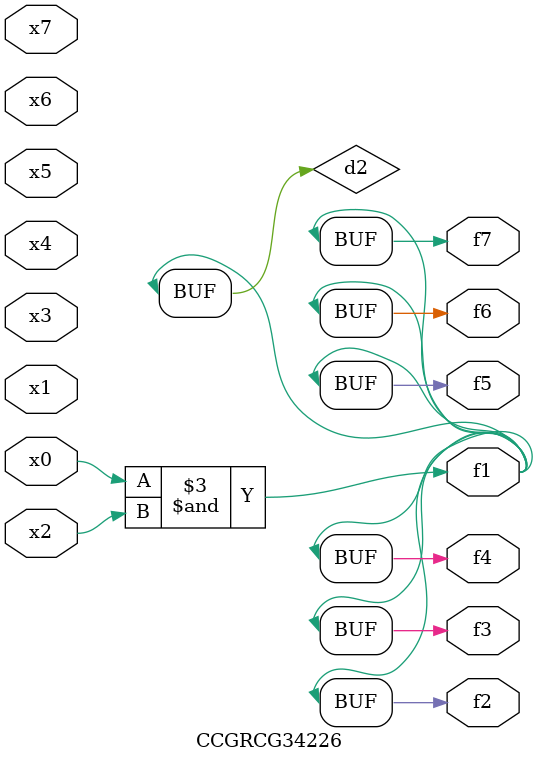
<source format=v>
module CCGRCG34226(
	input x0, x1, x2, x3, x4, x5, x6, x7,
	output f1, f2, f3, f4, f5, f6, f7
);

	wire d1, d2;

	nor (d1, x3, x6);
	and (d2, x0, x2);
	assign f1 = d2;
	assign f2 = d2;
	assign f3 = d2;
	assign f4 = d2;
	assign f5 = d2;
	assign f6 = d2;
	assign f7 = d2;
endmodule

</source>
